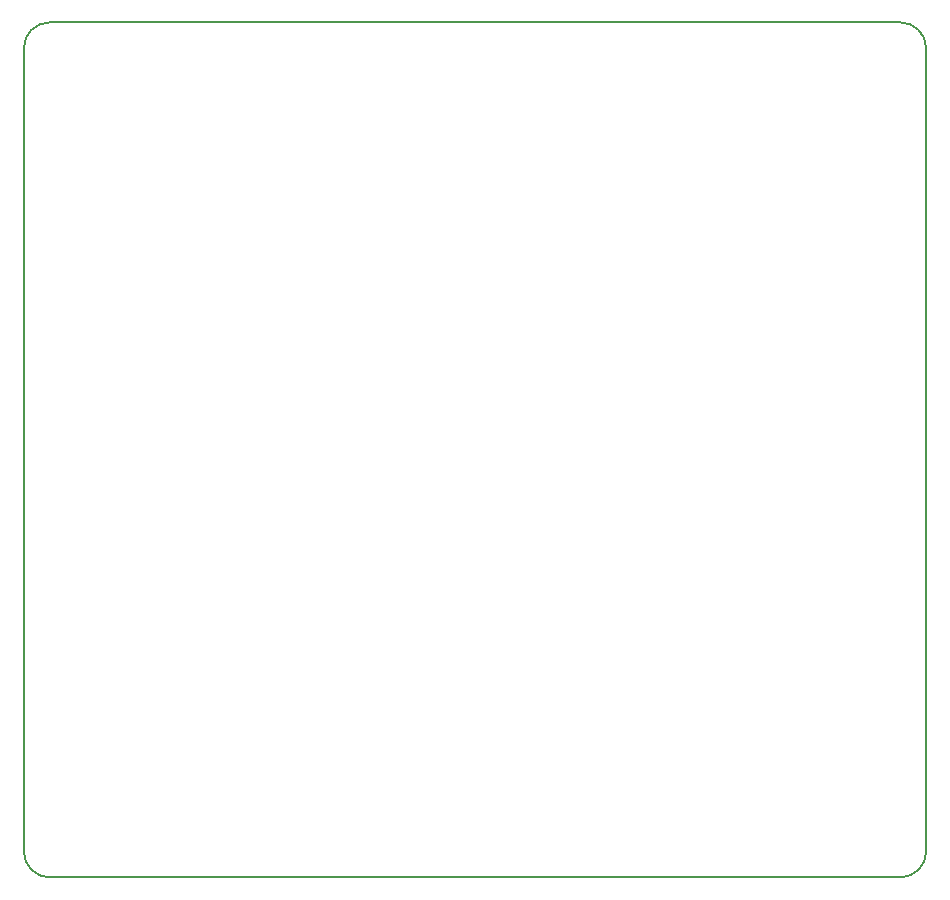
<source format=gbr>
%TF.GenerationSoftware,KiCad,Pcbnew,(7.0.0-rc1-156-g4c5a344629)*%
%TF.CreationDate,2023-03-07T17:49:16+10:30*%
%TF.ProjectId,bottom_plate,626f7474-6f6d-45f7-906c-6174652e6b69,rev?*%
%TF.SameCoordinates,Original*%
%TF.FileFunction,Profile,NP*%
%FSLAX46Y46*%
G04 Gerber Fmt 4.6, Leading zero omitted, Abs format (unit mm)*
G04 Created by KiCad (PCBNEW (7.0.0-rc1-156-g4c5a344629)) date 2023-03-07 17:49:16*
%MOMM*%
%LPD*%
G01*
G04 APERTURE LIST*
%TA.AperFunction,Profile*%
%ADD10C,0.200000*%
%TD*%
G04 APERTURE END LIST*
D10*
X177570000Y-59890000D02*
X105570000Y-59890000D01*
X179770000Y-62090000D02*
G75*
G03*
X177570000Y-59890000I-2200000J0D01*
G01*
X179770000Y-130090000D02*
X179770000Y-62090000D01*
X177570000Y-132290000D02*
G75*
G03*
X179770000Y-130090000I0J2200000D01*
G01*
X105570000Y-132290000D02*
X177570000Y-132290000D01*
X103370000Y-130090000D02*
G75*
G03*
X105570000Y-132290000I2200000J0D01*
G01*
X103370000Y-62090000D02*
X103370000Y-130090000D01*
X105570000Y-59890000D02*
G75*
G03*
X103370000Y-62090000I0J-2200000D01*
G01*
M02*

</source>
